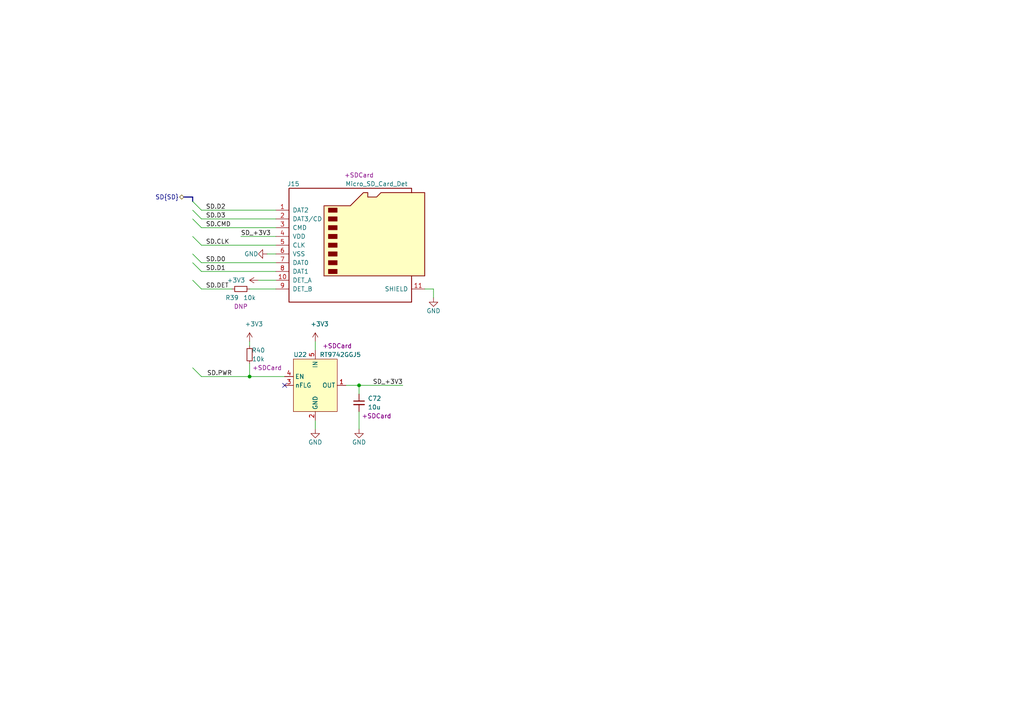
<source format=kicad_sch>
(kicad_sch (version 20210406) (generator eeschema)
  (paper "A4")
  (title_block (title "SD card") (date "2021-01-12") (rev "0.1") (company "Nabu Casa") (comment 1 "www.nabucasa.com") (comment 2 "Light Blue"))
  (lib_symbols
    (symbol "Connector:Micro_SD_Card_Det" (pin_names (offset 1.016))
      (property "Reference" "J" (at -16.51 17.78 0))
      (property "Value" "Micro_SD_Card_Det" (at 16.51 17.78 0))
      (symbol "Micro_SD_Card_Det_0_1"
        (rectangle (start -7.62 -6.985) (end -5.08 -8.255) (fill (type outline)))
        (rectangle (start -7.62 -4.445) (end -5.08 -5.715) (fill (type outline)))
        (rectangle (start -7.62 -1.905) (end -5.08 -3.175) (fill (type outline)))
        (rectangle (start -7.62 0.635) (end -5.08 -0.635) (fill (type outline)))
        (rectangle (start -7.62 3.175) (end -5.08 1.905) (fill (type outline)))
        (rectangle (start -7.62 5.715) (end -5.08 4.445) (fill (type outline)))
        (rectangle (start -7.62 8.255) (end -5.08 6.985) (fill (type outline)))
        (rectangle (start -7.62 10.795) (end -5.08 9.525) (fill (type outline)))
        (polyline (pts (xy 16.51 15.24) (xy 16.51 16.51) (xy -19.05 16.51) (xy -19.05 -16.51) (xy 16.51 -16.51) (xy 16.51 -8.89)) (stroke (width 0.254)))
        (polyline (pts (xy -8.89 -8.89) (xy -8.89 11.43) (xy -1.27 11.43) (xy 2.54 15.24) (xy 3.81 15.24) (xy 3.81 13.97) (xy 6.35 13.97) (xy 7.62 15.24) (xy 20.32 15.24) (xy 20.32 -8.89) (xy -8.89 -8.89)) (stroke (width 0.254)) (fill (type background)))
      )
      (symbol "Micro_SD_Card_Det_1_1"
        (pin bidirectional line (at -22.86 10.16 0) (length 3.81) (name "DAT2") (number "1"))
        (pin passive line (at -22.86 -10.16 0) (length 3.81) (name "DET_A") (number "10"))
        (pin passive line (at 20.32 -12.7 180) (length 3.81) (name "SHIELD") (number "11"))
        (pin bidirectional line (at -22.86 7.62 0) (length 3.81) (name "DAT3/CD") (number "2"))
        (pin input line (at -22.86 5.08 0) (length 3.81) (name "CMD") (number "3"))
        (pin power_in line (at -22.86 2.54 0) (length 3.81) (name "VDD") (number "4"))
        (pin input line (at -22.86 0 0) (length 3.81) (name "CLK") (number "5"))
        (pin power_in line (at -22.86 -2.54 0) (length 3.81) (name "VSS") (number "6"))
        (pin bidirectional line (at -22.86 -5.08 0) (length 3.81) (name "DAT0") (number "7"))
        (pin bidirectional line (at -22.86 -7.62 0) (length 3.81) (name "DAT1") (number "8"))
        (pin passive line (at -22.86 -12.7 0) (length 3.81) (name "DET_B") (number "9"))
      )
    )
    (symbol "Device:C_Small" (pin_numbers hide) (pin_names (offset 0.254) hide)
      (property "Reference" "C" (at 0.254 1.778 0))
      (property "Value" "C_Small" (at 0.254 -2.032 0))
      (symbol "C_Small_0_1"
        (polyline (pts (xy -1.524 -0.508) (xy 1.524 -0.508)) (stroke (width 0.3302)))
        (polyline (pts (xy -1.524 0.508) (xy 1.524 0.508)) (stroke (width 0.3048)))
      )
      (symbol "C_Small_1_1"
        (pin passive line (at 0 2.54 270) (length 2.032) (name "~") (number "1"))
        (pin passive line (at 0 -2.54 90) (length 2.032) (name "~") (number "2"))
      )
    )
    (symbol "Device:R_Small" (pin_numbers hide) (pin_names (offset 0.254) hide)
      (property "Reference" "R" (at 0.762 0.508 0))
      (property "Value" "R_Small" (at 0.762 -1.016 0))
      (symbol "R_Small_0_1"
        (rectangle (start -0.762 1.778) (end 0.762 -1.778) (stroke (width 0.2032)))
      )
      (symbol "R_Small_1_1"
        (pin passive line (at 0 2.54 270) (length 0.762) (name "~") (number "1"))
        (pin passive line (at 0 -2.54 90) (length 0.762) (name "~") (number "2"))
      )
    )
    (symbol "LightBlue:RT9742GGJ5"
      (property "Reference" "U" (at -5.08 8.89 0))
      (property "Value" "RT9742GGJ5" (at 7.62 8.89 0))
      (symbol "RT9742GGJ5_0_0"
        (pin power_out line (at 8.89 0 180) (length 2.54) (name "OUT") (number "1"))
        (pin power_in line (at 0 -10.16 90) (length 2.54) (name "GND") (number "2"))
        (pin open_collector line (at -8.89 0 0) (length 2.54) (name "nFLG") (number "3"))
        (pin input line (at -8.89 2.54 0) (length 2.54) (name "EN") (number "4"))
        (pin power_in line (at 0 10.16 270) (length 2.54) (name "IN") (number "5"))
      )
      (symbol "RT9742GGJ5_0_1"
        (rectangle (start -6.35 7.62) (end 6.35 -7.62) (fill (type background)))
      )
    )
    (symbol "power:+3V3" (power) (pin_names (offset 0))
      (property "Value" "+3V3" (at 0 3.556 0))
      (symbol "+3V3_0_1"
        (polyline (pts (xy -0.762 1.27) (xy 0 2.54)))
        (polyline (pts (xy 0 0) (xy 0 2.54)))
        (polyline (pts (xy 0 2.54) (xy 0.762 1.27)))
      )
      (symbol "+3V3_1_1"
        (pin power_in line (at 0 0 90) (length 0) hide (name "+3V3") (number "1"))
      )
    )
    (symbol "power:GND" (power) (pin_names (offset 0))
      (property "Value" "GND" (at 0 -3.81 0))
      (symbol "GND_0_1"
        (polyline (pts (xy 0 0) (xy 0 -1.27) (xy 1.27 -1.27) (xy 0 -2.54) (xy -1.27 -1.27) (xy 0 -1.27)))
      )
      (symbol "GND_1_1"
        (pin power_in line (at 0 0 270) (length 0) hide (name "GND") (number "1"))
      )
    )
  )
  (junction (at 72.39 109.22) (diameter 0.9144))
  (junction (at 104.14 111.76) (diameter 0.9144))
  (no_connect (at 82.55 111.76))
  (bus_entry (at 55.88 58.42) (size 2.54 2.54) (stroke (width 0.1524)))
  (bus_entry (at 55.88 60.96) (size 2.54 2.54) (stroke (width 0.1524)))
  (bus_entry (at 55.88 63.5) (size 2.54 2.54) (stroke (width 0.1524)))
  (bus_entry (at 55.88 68.58) (size 2.54 2.54) (stroke (width 0.1524)))
  (bus_entry (at 55.88 73.66) (size 2.54 2.54) (stroke (width 0.1524)))
  (bus_entry (at 55.88 76.2) (size 2.54 2.54) (stroke (width 0.1524)))
  (bus_entry (at 55.88 81.28) (size 2.54 2.54) (stroke (width 0.1524)))
  (bus_entry (at 55.88 106.68) (size 2.54 2.54) (stroke (width 0.1524)))
  (wire (pts (xy 58.42 60.96) (xy 80.01 60.96)))
  (wire (pts (xy 58.42 63.5) (xy 80.01 63.5)))
  (wire (pts (xy 58.42 66.04) (xy 80.01 66.04)))
  (wire (pts (xy 58.42 71.12) (xy 80.01 71.12)))
  (wire (pts (xy 58.42 76.2) (xy 80.01 76.2)))
  (wire (pts (xy 58.42 78.74) (xy 80.01 78.74)))
  (wire (pts (xy 58.42 83.82) (xy 67.31 83.82)))
  (wire (pts (xy 58.42 109.22) (xy 72.39 109.22)))
  (wire (pts (xy 69.85 68.58) (xy 80.01 68.58)))
  (wire (pts (xy 72.39 83.82) (xy 80.01 83.82)))
  (wire (pts (xy 72.39 99.06) (xy 72.39 100.33)))
  (wire (pts (xy 72.39 105.41) (xy 72.39 109.22)))
  (wire (pts (xy 72.39 109.22) (xy 82.55 109.22)))
  (wire (pts (xy 74.93 81.28) (xy 80.01 81.28)))
  (wire (pts (xy 80.01 73.66) (xy 77.47 73.66)))
  (wire (pts (xy 91.44 99.06) (xy 91.44 101.6)))
  (wire (pts (xy 91.44 121.92) (xy 91.44 124.46)))
  (wire (pts (xy 100.33 111.76) (xy 104.14 111.76)))
  (wire (pts (xy 104.14 111.76) (xy 104.14 114.3)))
  (wire (pts (xy 104.14 111.76) (xy 116.84 111.76)))
  (wire (pts (xy 104.14 119.38) (xy 104.14 124.46)))
  (wire (pts (xy 123.19 83.82) (xy 125.73 83.82)))
  (wire (pts (xy 125.73 83.82) (xy 125.73 86.36)))
  (bus (pts (xy 53.34 57.15) (xy 55.88 57.15)))
  (bus (pts (xy 55.88 57.15) (xy 55.88 106.68)))
  (label "SD.D2" (at 59.69 60.96 0))
  (label "SD.D3" (at 59.69 63.5 0))
  (label "SD.CMD" (at 59.69 66.04 0))
  (label "SD.CLK" (at 59.69 71.12 0))
  (label "SD.D0" (at 59.69 76.2 0))
  (label "SD.D1" (at 59.69 78.74 0))
  (label "SD.DET" (at 59.69 83.82 0))
  (label "SD.PWR" (at 67.31 109.22 180))
  (label "SD_+3V3" (at 69.85 68.58 0))
  (label "SD_+3V3" (at 116.84 111.76 180))
  (hierarchical_label "SD{SD}" (shape bidirectional) (at 53.34 57.15 180))
  (symbol (lib_id "power:+3V3") (at 72.39 99.06 0) (unit 1)
    (property "Reference" "#PWR0147" (effects hide))
    (property "Value" "+3V3" (at 73.66 93.98 0))
  )
  (symbol (lib_id "power:+3V3") (at 74.93 81.28 90) (unit 1)
    (property "Reference" "#PWR0148" (effects hide))
    (property "Value" "+3V3" (at 71.12 81.28 90) (effects (justify left)))
  )
  (symbol (lib_id "power:+3V3") (at 91.44 99.06 0) (unit 1)
    (property "Reference" "#PWR0150" (effects hide))
    (property "Value" "+3V3" (at 92.71 93.98 0))
  )
  (symbol (lib_id "power:GND") (at 77.47 73.66 270) (unit 1)
    (property "Reference" "#PWR0149" (effects hide))
    (property "Value" "GND" (at 74.93 73.66 90) (effects (justify right)))
  )
  (symbol (lib_id "power:GND") (at 91.44 124.46 0) (unit 1)
    (property "Reference" "#PWR0151" (effects hide))
    (property "Value" "GND" (at 91.44 128.27 0))
  )
  (symbol (lib_id "power:GND") (at 104.14 124.46 0) (unit 1)
    (property "Reference" "#PWR0152" (effects hide))
    (property "Value" "GND" (at 104.14 128.27 0))
  )
  (symbol (lib_id "power:GND") (at 125.73 86.36 0) (unit 1)
    (property "Reference" "#PWR0153" (effects hide))
    (property "Value" "GND" (at 125.73 90.17 0))
  )
  (symbol (lib_id "Device:R_Small") (at 69.85 83.82 270) (unit 1)
    (property "Reference" "R39" (at 67.31 86.36 90))
    (property "Value" "10k" (at 72.39 86.36 90))
    (property "Footprint" "Resistor_SMD:R_0402_1005Metric" (effects hide))
    (property "Config" "DNP" (at 69.85 88.9 90))
  )
  (symbol (lib_id "Device:R_Small") (at 72.39 102.87 0) (unit 1)
    (property "Reference" "R40" (at 74.93 101.6 0))
    (property "Value" "10k" (at 74.93 104.14 0))
    (property "Footprint" "Resistor_SMD:R_0402_1005Metric" (effects hide))
    (property "Config" "+SDCard" (at 77.47 106.68 0))
  )
  (symbol (lib_id "Device:C_Small") (at 104.14 116.84 0) (unit 1)
    (property "Reference" "C72" (at 106.68 115.57 0) (effects (justify left)))
    (property "Value" "10u" (at 106.68 118.11 0) (effects (justify left)))
    (property "Footprint" "Capacitor_SMD:C_0805_2012Metric" (effects hide))
    (property "Config" "+SDCard" (at 109.22 120.65 0))
  )
  (symbol (lib_id "LightBlue:RT9742GGJ5") (at 91.44 111.76 0) (unit 1)
    (property "Reference" "U22" (at 85.09 102.87 0) (effects (justify left)))
    (property "Value" "RT9742GGJ5" (at 92.71 102.87 0) (effects (justify left)))
    (property "Footprint" "Package_TO_SOT_SMD:SOT-23-5" (effects hide))
    (property "Datasheet" "https://www.richtek.com/assets/product_file/RT9742/DS9742-00.pdf" (effects hide))
    (property "Config" "+SDCard" (at 97.79 100.33 0))
    (property "Manufacturer" "Richtek USA" (effects hide))
    (property "PartNumber" "RT9742GGJ5" (effects hide))
  )
  (symbol (lib_id "Connector:Micro_SD_Card_Det") (at 102.87 71.12 0) (unit 1)
    (property "Reference" "J15" (at 85.09 53.34 0))
    (property "Value" "Micro_SD_Card_Det" (at 109.22 53.34 0))
    (property "Footprint" "Connector_Card:microSD_HC_Molex_104031-0811" (effects hide))
    (property "Datasheet" "https://www.hirose.com/product/en/download_file/key_name/DM3/category/Catalog/doc_file_id/49662/?file_category_id=4&item_id=195&is_series=1" (effects hide))
    (property "Config" "+SDCard" (at 104.14 50.8 0))
    (property "Manufacturer" "Molex" (effects hide))
    (property "PartNumber" "104031-0811" (effects hide))
  )
)
</source>
